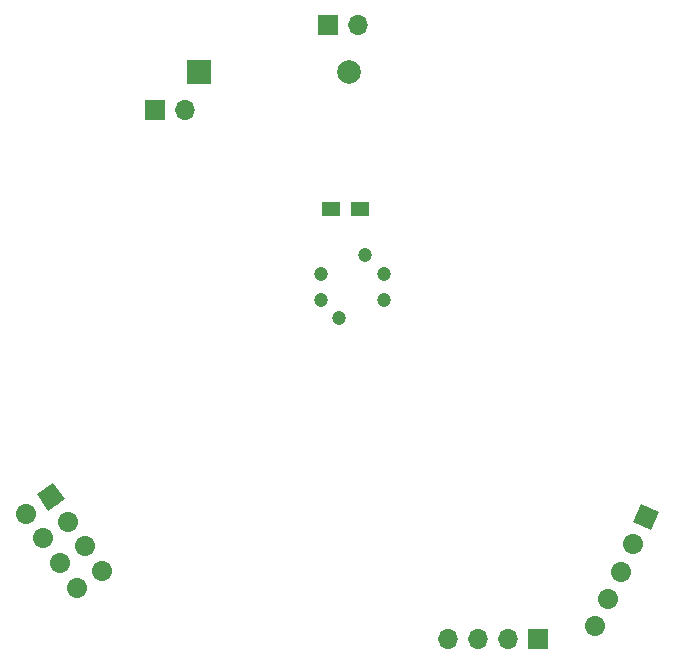
<source format=gbs>
G04 #@! TF.GenerationSoftware,KiCad,Pcbnew,(5.0.0)*
G04 #@! TF.CreationDate,2018-09-08T09:56:40+02:00*
G04 #@! TF.ProjectId,v9,76392E6B696361645F70636200000000,3*
G04 #@! TF.SameCoordinates,Original*
G04 #@! TF.FileFunction,Soldermask,Bot*
G04 #@! TF.FilePolarity,Negative*
%FSLAX46Y46*%
G04 Gerber Fmt 4.6, Leading zero omitted, Abs format (unit mm)*
G04 Created by KiCad (PCBNEW (5.0.0)) date 09/08/18 09:56:40*
%MOMM*%
%LPD*%
G01*
G04 APERTURE LIST*
%ADD10C,1.200000*%
%ADD11R,2.000000X2.000000*%
%ADD12C,2.000000*%
%ADD13R,1.500000X1.250000*%
%ADD14R,1.700000X1.700000*%
%ADD15O,1.700000X1.700000*%
%ADD16C,1.700000*%
%ADD17C,0.100000*%
%ADD18C,1.700000*%
G04 APERTURE END LIST*
D10*
G04 #@! TO.C,U4*
X71084207Y-60360158D03*
X71084207Y-58139842D03*
X72639842Y-61915793D03*
X76415793Y-58139842D03*
X76415793Y-60360158D03*
X74860158Y-56584207D03*
G04 #@! TD*
D11*
G04 #@! TO.C,BT3*
X60800000Y-41025000D03*
D12*
X73500000Y-41025000D03*
G04 #@! TD*
D13*
G04 #@! TO.C,C6*
X71950000Y-52625000D03*
X74450000Y-52625000D03*
G04 #@! TD*
D14*
G04 #@! TO.C,J2*
X71750000Y-37100000D03*
D15*
X74290000Y-37100000D03*
G04 #@! TD*
D16*
G04 #@! TO.C,J3*
X98650000Y-78750000D03*
D17*
G36*
X99779587Y-78338864D02*
X99061136Y-79879587D01*
X97520413Y-79161136D01*
X98238864Y-77620413D01*
X99779587Y-78338864D01*
X99779587Y-78338864D01*
G37*
D16*
X97576550Y-81052022D03*
D18*
X97576550Y-81052022D02*
X97576550Y-81052022D01*
D16*
X96503099Y-83354044D03*
D18*
X96503099Y-83354044D02*
X96503099Y-83354044D01*
D16*
X95429649Y-85656065D03*
D18*
X95429649Y-85656065D02*
X95429649Y-85656065D01*
D16*
X94356198Y-87958087D03*
D18*
X94356198Y-87958087D02*
X94356198Y-87958087D01*
G04 #@! TD*
D14*
G04 #@! TO.C,J4*
X57100000Y-44300000D03*
D15*
X59640000Y-44300000D03*
G04 #@! TD*
D14*
G04 #@! TO.C,J5*
X89465000Y-89075000D03*
D15*
X86925000Y-89075000D03*
X84385000Y-89075000D03*
X81845000Y-89075000D03*
G04 #@! TD*
D16*
G04 #@! TO.C,J1*
X48250000Y-77025000D03*
D17*
G36*
X48469062Y-75843047D02*
X49431953Y-77244062D01*
X48030938Y-78206953D01*
X47068047Y-76805938D01*
X48469062Y-75843047D01*
X48469062Y-75843047D01*
G37*
D16*
X46156719Y-78463672D03*
D18*
X46156719Y-78463672D02*
X46156719Y-78463672D01*
D16*
X49688672Y-79118281D03*
D18*
X49688672Y-79118281D02*
X49688672Y-79118281D01*
D16*
X47595391Y-80556952D03*
D18*
X47595391Y-80556952D02*
X47595391Y-80556952D01*
D16*
X51127344Y-81211561D03*
D18*
X51127344Y-81211561D02*
X51127344Y-81211561D01*
D16*
X49034063Y-82650233D03*
D18*
X49034063Y-82650233D02*
X49034063Y-82650233D01*
D16*
X52566016Y-83304842D03*
D18*
X52566016Y-83304842D02*
X52566016Y-83304842D01*
D16*
X50472735Y-84743513D03*
D18*
X50472735Y-84743513D02*
X50472735Y-84743513D01*
G04 #@! TD*
M02*

</source>
